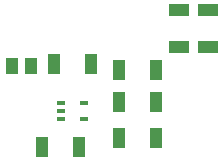
<source format=gbr>
%TF.GenerationSoftware,KiCad,Pcbnew,8.0.2*%
%TF.CreationDate,2024-09-03T17:10:45+02:00*%
%TF.ProjectId,IMD SCS Maker,494d4420-5343-4532-904d-616b65722e6b,rev?*%
%TF.SameCoordinates,Original*%
%TF.FileFunction,Paste,Top*%
%TF.FilePolarity,Positive*%
%FSLAX46Y46*%
G04 Gerber Fmt 4.6, Leading zero omitted, Abs format (unit mm)*
G04 Created by KiCad (PCBNEW 8.0.2) date 2024-09-03 17:10:45*
%MOMM*%
%LPD*%
G01*
G04 APERTURE LIST*
G04 Aperture macros list*
%AMRoundRect*
0 Rectangle with rounded corners*
0 $1 Rounding radius*
0 $2 $3 $4 $5 $6 $7 $8 $9 X,Y pos of 4 corners*
0 Add a 4 corners polygon primitive as box body*
4,1,4,$2,$3,$4,$5,$6,$7,$8,$9,$2,$3,0*
0 Add four circle primitives for the rounded corners*
1,1,$1+$1,$2,$3*
1,1,$1+$1,$4,$5*
1,1,$1+$1,$6,$7*
1,1,$1+$1,$8,$9*
0 Add four rect primitives between the rounded corners*
20,1,$1+$1,$2,$3,$4,$5,0*
20,1,$1+$1,$4,$5,$6,$7,0*
20,1,$1+$1,$6,$7,$8,$9,0*
20,1,$1+$1,$8,$9,$2,$3,0*%
G04 Aperture macros list end*
%ADD10R,1.800000X1.050000*%
%ADD11R,1.050000X1.800000*%
%ADD12RoundRect,0.100000X-0.225000X-0.100000X0.225000X-0.100000X0.225000X0.100000X-0.225000X0.100000X0*%
%ADD13R,1.070000X1.470000*%
G04 APERTURE END LIST*
D10*
%TO.C,R5*%
X93500000Y-49550000D03*
X93500000Y-46450000D03*
%TD*%
D11*
%TO.C,R3*%
X85950000Y-57250000D03*
X89050000Y-57250000D03*
%TD*%
%TO.C,R4*%
X79450000Y-58000000D03*
X82550000Y-58000000D03*
%TD*%
%TO.C,R1*%
X89050000Y-51500000D03*
X85950000Y-51500000D03*
%TD*%
D12*
%TO.C,CP1*%
X81050000Y-54350000D03*
X81050000Y-55000000D03*
X81050000Y-55650000D03*
X82950000Y-55650000D03*
X82950000Y-54350000D03*
%TD*%
D13*
%TO.C,C2*%
X76842500Y-51154000D03*
X78482500Y-51154000D03*
%TD*%
D10*
%TO.C,R7*%
X91000000Y-46450000D03*
X91000000Y-49550000D03*
%TD*%
D11*
%TO.C,R6*%
X83550000Y-51000000D03*
X80450000Y-51000000D03*
%TD*%
%TO.C,R2*%
X89050000Y-54202000D03*
X85950000Y-54202000D03*
%TD*%
M02*

</source>
